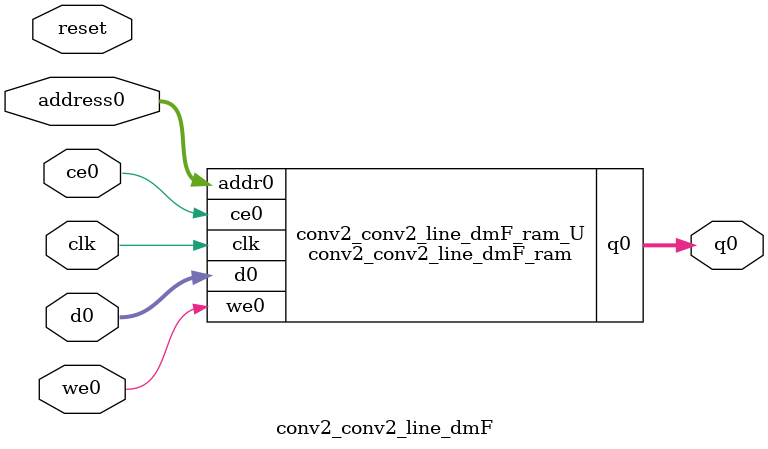
<source format=v>
`timescale 1 ns / 1 ps
module conv2_conv2_line_dmF_ram (addr0, ce0, d0, we0, q0,  clk);

parameter DWIDTH = 5;
parameter AWIDTH = 8;
parameter MEM_SIZE = 162;

input[AWIDTH-1:0] addr0;
input ce0;
input[DWIDTH-1:0] d0;
input we0;
output reg[DWIDTH-1:0] q0;
input clk;

(* ram_style = "distributed" *)reg [DWIDTH-1:0] ram[0:MEM_SIZE-1];




always @(posedge clk)  
begin 
    if (ce0) begin
        if (we0) 
            ram[addr0] <= d0; 
        q0 <= ram[addr0];
    end
end


endmodule

`timescale 1 ns / 1 ps
module conv2_conv2_line_dmF(
    reset,
    clk,
    address0,
    ce0,
    we0,
    d0,
    q0);

parameter DataWidth = 32'd5;
parameter AddressRange = 32'd162;
parameter AddressWidth = 32'd8;
input reset;
input clk;
input[AddressWidth - 1:0] address0;
input ce0;
input we0;
input[DataWidth - 1:0] d0;
output[DataWidth - 1:0] q0;



conv2_conv2_line_dmF_ram conv2_conv2_line_dmF_ram_U(
    .clk( clk ),
    .addr0( address0 ),
    .ce0( ce0 ),
    .we0( we0 ),
    .d0( d0 ),
    .q0( q0 ));

endmodule


</source>
